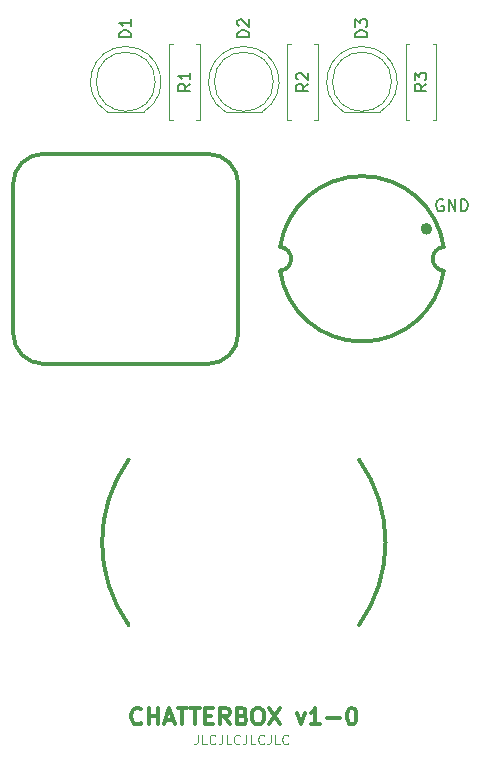
<source format=gbr>
%TF.GenerationSoftware,KiCad,Pcbnew,8.0.3*%
%TF.CreationDate,2024-09-22T18:07:19+10:00*%
%TF.ProjectId,ChatterBox,43686174-7465-4724-926f-782e6b696361,rev?*%
%TF.SameCoordinates,Original*%
%TF.FileFunction,Legend,Top*%
%TF.FilePolarity,Positive*%
%FSLAX46Y46*%
G04 Gerber Fmt 4.6, Leading zero omitted, Abs format (unit mm)*
G04 Created by KiCad (PCBNEW 8.0.3) date 2024-09-22 18:07:19*
%MOMM*%
%LPD*%
G01*
G04 APERTURE LIST*
%ADD10C,0.100000*%
%ADD11C,0.300000*%
%ADD12C,0.150000*%
%ADD13C,0.120000*%
%ADD14C,0.500000*%
G04 APERTURE END LIST*
D10*
X-3895238Y-36296895D02*
X-3895238Y-36868323D01*
X-3895238Y-36868323D02*
X-3933333Y-36982609D01*
X-3933333Y-36982609D02*
X-4009524Y-37058800D01*
X-4009524Y-37058800D02*
X-4123809Y-37096895D01*
X-4123809Y-37096895D02*
X-4200000Y-37096895D01*
X-3133333Y-37096895D02*
X-3514285Y-37096895D01*
X-3514285Y-37096895D02*
X-3514285Y-36296895D01*
X-2409523Y-37020704D02*
X-2447619Y-37058800D01*
X-2447619Y-37058800D02*
X-2561904Y-37096895D01*
X-2561904Y-37096895D02*
X-2638095Y-37096895D01*
X-2638095Y-37096895D02*
X-2752381Y-37058800D01*
X-2752381Y-37058800D02*
X-2828571Y-36982609D01*
X-2828571Y-36982609D02*
X-2866666Y-36906419D01*
X-2866666Y-36906419D02*
X-2904762Y-36754038D01*
X-2904762Y-36754038D02*
X-2904762Y-36639752D01*
X-2904762Y-36639752D02*
X-2866666Y-36487371D01*
X-2866666Y-36487371D02*
X-2828571Y-36411180D01*
X-2828571Y-36411180D02*
X-2752381Y-36334990D01*
X-2752381Y-36334990D02*
X-2638095Y-36296895D01*
X-2638095Y-36296895D02*
X-2561904Y-36296895D01*
X-2561904Y-36296895D02*
X-2447619Y-36334990D01*
X-2447619Y-36334990D02*
X-2409523Y-36373085D01*
X-1838095Y-36296895D02*
X-1838095Y-36868323D01*
X-1838095Y-36868323D02*
X-1876190Y-36982609D01*
X-1876190Y-36982609D02*
X-1952381Y-37058800D01*
X-1952381Y-37058800D02*
X-2066666Y-37096895D01*
X-2066666Y-37096895D02*
X-2142857Y-37096895D01*
X-1076190Y-37096895D02*
X-1457142Y-37096895D01*
X-1457142Y-37096895D02*
X-1457142Y-36296895D01*
X-352380Y-37020704D02*
X-390476Y-37058800D01*
X-390476Y-37058800D02*
X-504761Y-37096895D01*
X-504761Y-37096895D02*
X-580952Y-37096895D01*
X-580952Y-37096895D02*
X-695238Y-37058800D01*
X-695238Y-37058800D02*
X-771428Y-36982609D01*
X-771428Y-36982609D02*
X-809523Y-36906419D01*
X-809523Y-36906419D02*
X-847619Y-36754038D01*
X-847619Y-36754038D02*
X-847619Y-36639752D01*
X-847619Y-36639752D02*
X-809523Y-36487371D01*
X-809523Y-36487371D02*
X-771428Y-36411180D01*
X-771428Y-36411180D02*
X-695238Y-36334990D01*
X-695238Y-36334990D02*
X-580952Y-36296895D01*
X-580952Y-36296895D02*
X-504761Y-36296895D01*
X-504761Y-36296895D02*
X-390476Y-36334990D01*
X-390476Y-36334990D02*
X-352380Y-36373085D01*
X219047Y-36296895D02*
X219047Y-36868323D01*
X219047Y-36868323D02*
X180952Y-36982609D01*
X180952Y-36982609D02*
X104761Y-37058800D01*
X104761Y-37058800D02*
X-9523Y-37096895D01*
X-9523Y-37096895D02*
X-85714Y-37096895D01*
X980952Y-37096895D02*
X600000Y-37096895D01*
X600000Y-37096895D02*
X600000Y-36296895D01*
X1704762Y-37020704D02*
X1666666Y-37058800D01*
X1666666Y-37058800D02*
X1552381Y-37096895D01*
X1552381Y-37096895D02*
X1476190Y-37096895D01*
X1476190Y-37096895D02*
X1361904Y-37058800D01*
X1361904Y-37058800D02*
X1285714Y-36982609D01*
X1285714Y-36982609D02*
X1247619Y-36906419D01*
X1247619Y-36906419D02*
X1209523Y-36754038D01*
X1209523Y-36754038D02*
X1209523Y-36639752D01*
X1209523Y-36639752D02*
X1247619Y-36487371D01*
X1247619Y-36487371D02*
X1285714Y-36411180D01*
X1285714Y-36411180D02*
X1361904Y-36334990D01*
X1361904Y-36334990D02*
X1476190Y-36296895D01*
X1476190Y-36296895D02*
X1552381Y-36296895D01*
X1552381Y-36296895D02*
X1666666Y-36334990D01*
X1666666Y-36334990D02*
X1704762Y-36373085D01*
X2276190Y-36296895D02*
X2276190Y-36868323D01*
X2276190Y-36868323D02*
X2238095Y-36982609D01*
X2238095Y-36982609D02*
X2161904Y-37058800D01*
X2161904Y-37058800D02*
X2047619Y-37096895D01*
X2047619Y-37096895D02*
X1971428Y-37096895D01*
X3038095Y-37096895D02*
X2657143Y-37096895D01*
X2657143Y-37096895D02*
X2657143Y-36296895D01*
X3761905Y-37020704D02*
X3723809Y-37058800D01*
X3723809Y-37058800D02*
X3609524Y-37096895D01*
X3609524Y-37096895D02*
X3533333Y-37096895D01*
X3533333Y-37096895D02*
X3419047Y-37058800D01*
X3419047Y-37058800D02*
X3342857Y-36982609D01*
X3342857Y-36982609D02*
X3304762Y-36906419D01*
X3304762Y-36906419D02*
X3266666Y-36754038D01*
X3266666Y-36754038D02*
X3266666Y-36639752D01*
X3266666Y-36639752D02*
X3304762Y-36487371D01*
X3304762Y-36487371D02*
X3342857Y-36411180D01*
X3342857Y-36411180D02*
X3419047Y-36334990D01*
X3419047Y-36334990D02*
X3533333Y-36296895D01*
X3533333Y-36296895D02*
X3609524Y-36296895D01*
X3609524Y-36296895D02*
X3723809Y-36334990D01*
X3723809Y-36334990D02*
X3761905Y-36373085D01*
D11*
X-8666666Y-35279733D02*
X-8733333Y-35346400D01*
X-8733333Y-35346400D02*
X-8933333Y-35413066D01*
X-8933333Y-35413066D02*
X-9066666Y-35413066D01*
X-9066666Y-35413066D02*
X-9266666Y-35346400D01*
X-9266666Y-35346400D02*
X-9400000Y-35213066D01*
X-9400000Y-35213066D02*
X-9466666Y-35079733D01*
X-9466666Y-35079733D02*
X-9533333Y-34813066D01*
X-9533333Y-34813066D02*
X-9533333Y-34613066D01*
X-9533333Y-34613066D02*
X-9466666Y-34346400D01*
X-9466666Y-34346400D02*
X-9400000Y-34213066D01*
X-9400000Y-34213066D02*
X-9266666Y-34079733D01*
X-9266666Y-34079733D02*
X-9066666Y-34013066D01*
X-9066666Y-34013066D02*
X-8933333Y-34013066D01*
X-8933333Y-34013066D02*
X-8733333Y-34079733D01*
X-8733333Y-34079733D02*
X-8666666Y-34146400D01*
X-8066666Y-35413066D02*
X-8066666Y-34013066D01*
X-8066666Y-34679733D02*
X-7266666Y-34679733D01*
X-7266666Y-35413066D02*
X-7266666Y-34013066D01*
X-6666666Y-35013066D02*
X-5999999Y-35013066D01*
X-6799999Y-35413066D02*
X-6333333Y-34013066D01*
X-6333333Y-34013066D02*
X-5866666Y-35413066D01*
X-5599999Y-34013066D02*
X-4799999Y-34013066D01*
X-5199999Y-35413066D02*
X-5199999Y-34013066D01*
X-4533332Y-34013066D02*
X-3733332Y-34013066D01*
X-4133332Y-35413066D02*
X-4133332Y-34013066D01*
X-3266665Y-34679733D02*
X-2799999Y-34679733D01*
X-2599999Y-35413066D02*
X-3266665Y-35413066D01*
X-3266665Y-35413066D02*
X-3266665Y-34013066D01*
X-3266665Y-34013066D02*
X-2599999Y-34013066D01*
X-1199998Y-35413066D02*
X-1666665Y-34746400D01*
X-1999998Y-35413066D02*
X-1999998Y-34013066D01*
X-1999998Y-34013066D02*
X-1466665Y-34013066D01*
X-1466665Y-34013066D02*
X-1333332Y-34079733D01*
X-1333332Y-34079733D02*
X-1266665Y-34146400D01*
X-1266665Y-34146400D02*
X-1199998Y-34279733D01*
X-1199998Y-34279733D02*
X-1199998Y-34479733D01*
X-1199998Y-34479733D02*
X-1266665Y-34613066D01*
X-1266665Y-34613066D02*
X-1333332Y-34679733D01*
X-1333332Y-34679733D02*
X-1466665Y-34746400D01*
X-1466665Y-34746400D02*
X-1999998Y-34746400D01*
X-133332Y-34679733D02*
X66667Y-34746400D01*
X66667Y-34746400D02*
X133334Y-34813066D01*
X133334Y-34813066D02*
X200001Y-34946400D01*
X200001Y-34946400D02*
X200001Y-35146400D01*
X200001Y-35146400D02*
X133334Y-35279733D01*
X133334Y-35279733D02*
X66667Y-35346400D01*
X66667Y-35346400D02*
X-66665Y-35413066D01*
X-66665Y-35413066D02*
X-599998Y-35413066D01*
X-599998Y-35413066D02*
X-599998Y-34013066D01*
X-599998Y-34013066D02*
X-133332Y-34013066D01*
X-133332Y-34013066D02*
X1Y-34079733D01*
X1Y-34079733D02*
X66667Y-34146400D01*
X66667Y-34146400D02*
X133334Y-34279733D01*
X133334Y-34279733D02*
X133334Y-34413066D01*
X133334Y-34413066D02*
X66667Y-34546400D01*
X66667Y-34546400D02*
X1Y-34613066D01*
X1Y-34613066D02*
X-133332Y-34679733D01*
X-133332Y-34679733D02*
X-599998Y-34679733D01*
X1066668Y-34013066D02*
X1333334Y-34013066D01*
X1333334Y-34013066D02*
X1466668Y-34079733D01*
X1466668Y-34079733D02*
X1600001Y-34213066D01*
X1600001Y-34213066D02*
X1666667Y-34479733D01*
X1666667Y-34479733D02*
X1666667Y-34946400D01*
X1666667Y-34946400D02*
X1600001Y-35213066D01*
X1600001Y-35213066D02*
X1466668Y-35346400D01*
X1466668Y-35346400D02*
X1333334Y-35413066D01*
X1333334Y-35413066D02*
X1066668Y-35413066D01*
X1066668Y-35413066D02*
X933334Y-35346400D01*
X933334Y-35346400D02*
X800001Y-35213066D01*
X800001Y-35213066D02*
X733334Y-34946400D01*
X733334Y-34946400D02*
X733334Y-34479733D01*
X733334Y-34479733D02*
X800001Y-34213066D01*
X800001Y-34213066D02*
X933334Y-34079733D01*
X933334Y-34079733D02*
X1066668Y-34013066D01*
X2133335Y-34013066D02*
X3066668Y-35413066D01*
X3066668Y-34013066D02*
X2133335Y-35413066D01*
X4533335Y-34479733D02*
X4866668Y-35413066D01*
X4866668Y-35413066D02*
X5200001Y-34479733D01*
X6466668Y-35413066D02*
X5666668Y-35413066D01*
X6066668Y-35413066D02*
X6066668Y-34013066D01*
X6066668Y-34013066D02*
X5933335Y-34213066D01*
X5933335Y-34213066D02*
X5800002Y-34346400D01*
X5800002Y-34346400D02*
X5666668Y-34413066D01*
X7066668Y-34879733D02*
X8133335Y-34879733D01*
X9066668Y-34013066D02*
X9200001Y-34013066D01*
X9200001Y-34013066D02*
X9333334Y-34079733D01*
X9333334Y-34079733D02*
X9400001Y-34146400D01*
X9400001Y-34146400D02*
X9466668Y-34279733D01*
X9466668Y-34279733D02*
X9533334Y-34546400D01*
X9533334Y-34546400D02*
X9533334Y-34879733D01*
X9533334Y-34879733D02*
X9466668Y-35146400D01*
X9466668Y-35146400D02*
X9400001Y-35279733D01*
X9400001Y-35279733D02*
X9333334Y-35346400D01*
X9333334Y-35346400D02*
X9200001Y-35413066D01*
X9200001Y-35413066D02*
X9066668Y-35413066D01*
X9066668Y-35413066D02*
X8933334Y-35346400D01*
X8933334Y-35346400D02*
X8866668Y-35279733D01*
X8866668Y-35279733D02*
X8800001Y-35146400D01*
X8800001Y-35146400D02*
X8733334Y-34879733D01*
X8733334Y-34879733D02*
X8733334Y-34546400D01*
X8733334Y-34546400D02*
X8800001Y-34279733D01*
X8800001Y-34279733D02*
X8866668Y-34146400D01*
X8866668Y-34146400D02*
X8933334Y-34079733D01*
X8933334Y-34079733D02*
X9066668Y-34013066D01*
D12*
X5454819Y18818333D02*
X4978628Y18485000D01*
X5454819Y18246905D02*
X4454819Y18246905D01*
X4454819Y18246905D02*
X4454819Y18627857D01*
X4454819Y18627857D02*
X4502438Y18723095D01*
X4502438Y18723095D02*
X4550057Y18770714D01*
X4550057Y18770714D02*
X4645295Y18818333D01*
X4645295Y18818333D02*
X4788152Y18818333D01*
X4788152Y18818333D02*
X4883390Y18770714D01*
X4883390Y18770714D02*
X4931009Y18723095D01*
X4931009Y18723095D02*
X4978628Y18627857D01*
X4978628Y18627857D02*
X4978628Y18246905D01*
X4550057Y19199286D02*
X4502438Y19246905D01*
X4502438Y19246905D02*
X4454819Y19342143D01*
X4454819Y19342143D02*
X4454819Y19580238D01*
X4454819Y19580238D02*
X4502438Y19675476D01*
X4502438Y19675476D02*
X4550057Y19723095D01*
X4550057Y19723095D02*
X4645295Y19770714D01*
X4645295Y19770714D02*
X4740533Y19770714D01*
X4740533Y19770714D02*
X4883390Y19723095D01*
X4883390Y19723095D02*
X5454819Y19151667D01*
X5454819Y19151667D02*
X5454819Y19770714D01*
X15454819Y18818333D02*
X14978628Y18485000D01*
X15454819Y18246905D02*
X14454819Y18246905D01*
X14454819Y18246905D02*
X14454819Y18627857D01*
X14454819Y18627857D02*
X14502438Y18723095D01*
X14502438Y18723095D02*
X14550057Y18770714D01*
X14550057Y18770714D02*
X14645295Y18818333D01*
X14645295Y18818333D02*
X14788152Y18818333D01*
X14788152Y18818333D02*
X14883390Y18770714D01*
X14883390Y18770714D02*
X14931009Y18723095D01*
X14931009Y18723095D02*
X14978628Y18627857D01*
X14978628Y18627857D02*
X14978628Y18246905D01*
X14454819Y19151667D02*
X14454819Y19770714D01*
X14454819Y19770714D02*
X14835771Y19437381D01*
X14835771Y19437381D02*
X14835771Y19580238D01*
X14835771Y19580238D02*
X14883390Y19675476D01*
X14883390Y19675476D02*
X14931009Y19723095D01*
X14931009Y19723095D02*
X15026247Y19770714D01*
X15026247Y19770714D02*
X15264342Y19770714D01*
X15264342Y19770714D02*
X15359580Y19723095D01*
X15359580Y19723095D02*
X15407200Y19675476D01*
X15407200Y19675476D02*
X15454819Y19580238D01*
X15454819Y19580238D02*
X15454819Y19294524D01*
X15454819Y19294524D02*
X15407200Y19199286D01*
X15407200Y19199286D02*
X15359580Y19151667D01*
X-9545180Y22761905D02*
X-10545180Y22761905D01*
X-10545180Y22761905D02*
X-10545180Y23000000D01*
X-10545180Y23000000D02*
X-10497561Y23142857D01*
X-10497561Y23142857D02*
X-10402323Y23238095D01*
X-10402323Y23238095D02*
X-10307085Y23285714D01*
X-10307085Y23285714D02*
X-10116609Y23333333D01*
X-10116609Y23333333D02*
X-9973752Y23333333D01*
X-9973752Y23333333D02*
X-9783276Y23285714D01*
X-9783276Y23285714D02*
X-9688038Y23238095D01*
X-9688038Y23238095D02*
X-9592800Y23142857D01*
X-9592800Y23142857D02*
X-9545180Y23000000D01*
X-9545180Y23000000D02*
X-9545180Y22761905D01*
X-9545180Y24285714D02*
X-9545180Y23714286D01*
X-9545180Y24000000D02*
X-10545180Y24000000D01*
X-10545180Y24000000D02*
X-10402323Y23904762D01*
X-10402323Y23904762D02*
X-10307085Y23809524D01*
X-10307085Y23809524D02*
X-10259466Y23714286D01*
X-4545180Y18818333D02*
X-5021371Y18485000D01*
X-4545180Y18246905D02*
X-5545180Y18246905D01*
X-5545180Y18246905D02*
X-5545180Y18627857D01*
X-5545180Y18627857D02*
X-5497561Y18723095D01*
X-5497561Y18723095D02*
X-5449942Y18770714D01*
X-5449942Y18770714D02*
X-5354704Y18818333D01*
X-5354704Y18818333D02*
X-5211847Y18818333D01*
X-5211847Y18818333D02*
X-5116609Y18770714D01*
X-5116609Y18770714D02*
X-5068990Y18723095D01*
X-5068990Y18723095D02*
X-5021371Y18627857D01*
X-5021371Y18627857D02*
X-5021371Y18246905D01*
X-4545180Y19770714D02*
X-4545180Y19199286D01*
X-4545180Y19485000D02*
X-5545180Y19485000D01*
X-5545180Y19485000D02*
X-5402323Y19389762D01*
X-5402323Y19389762D02*
X-5307085Y19294524D01*
X-5307085Y19294524D02*
X-5259466Y19199286D01*
X10454819Y22761905D02*
X9454819Y22761905D01*
X9454819Y22761905D02*
X9454819Y23000000D01*
X9454819Y23000000D02*
X9502438Y23142857D01*
X9502438Y23142857D02*
X9597676Y23238095D01*
X9597676Y23238095D02*
X9692914Y23285714D01*
X9692914Y23285714D02*
X9883390Y23333333D01*
X9883390Y23333333D02*
X10026247Y23333333D01*
X10026247Y23333333D02*
X10216723Y23285714D01*
X10216723Y23285714D02*
X10311961Y23238095D01*
X10311961Y23238095D02*
X10407200Y23142857D01*
X10407200Y23142857D02*
X10454819Y23000000D01*
X10454819Y23000000D02*
X10454819Y22761905D01*
X9454819Y23666667D02*
X9454819Y24285714D01*
X9454819Y24285714D02*
X9835771Y23952381D01*
X9835771Y23952381D02*
X9835771Y24095238D01*
X9835771Y24095238D02*
X9883390Y24190476D01*
X9883390Y24190476D02*
X9931009Y24238095D01*
X9931009Y24238095D02*
X10026247Y24285714D01*
X10026247Y24285714D02*
X10264342Y24285714D01*
X10264342Y24285714D02*
X10359580Y24238095D01*
X10359580Y24238095D02*
X10407200Y24190476D01*
X10407200Y24190476D02*
X10454819Y24095238D01*
X10454819Y24095238D02*
X10454819Y23809524D01*
X10454819Y23809524D02*
X10407200Y23714286D01*
X10407200Y23714286D02*
X10359580Y23666667D01*
X16860588Y8997561D02*
X16765350Y9045180D01*
X16765350Y9045180D02*
X16622493Y9045180D01*
X16622493Y9045180D02*
X16479636Y8997561D01*
X16479636Y8997561D02*
X16384398Y8902323D01*
X16384398Y8902323D02*
X16336779Y8807085D01*
X16336779Y8807085D02*
X16289160Y8616609D01*
X16289160Y8616609D02*
X16289160Y8473752D01*
X16289160Y8473752D02*
X16336779Y8283276D01*
X16336779Y8283276D02*
X16384398Y8188038D01*
X16384398Y8188038D02*
X16479636Y8092800D01*
X16479636Y8092800D02*
X16622493Y8045180D01*
X16622493Y8045180D02*
X16717731Y8045180D01*
X16717731Y8045180D02*
X16860588Y8092800D01*
X16860588Y8092800D02*
X16908207Y8140419D01*
X16908207Y8140419D02*
X16908207Y8473752D01*
X16908207Y8473752D02*
X16717731Y8473752D01*
X17336779Y8045180D02*
X17336779Y9045180D01*
X17336779Y9045180D02*
X17908207Y8045180D01*
X17908207Y8045180D02*
X17908207Y9045180D01*
X18384398Y8045180D02*
X18384398Y9045180D01*
X18384398Y9045180D02*
X18622493Y9045180D01*
X18622493Y9045180D02*
X18765350Y8997561D01*
X18765350Y8997561D02*
X18860588Y8902323D01*
X18860588Y8902323D02*
X18908207Y8807085D01*
X18908207Y8807085D02*
X18955826Y8616609D01*
X18955826Y8616609D02*
X18955826Y8473752D01*
X18955826Y8473752D02*
X18908207Y8283276D01*
X18908207Y8283276D02*
X18860588Y8188038D01*
X18860588Y8188038D02*
X18765350Y8092800D01*
X18765350Y8092800D02*
X18622493Y8045180D01*
X18622493Y8045180D02*
X18384398Y8045180D01*
X454819Y22761905D02*
X-545180Y22761905D01*
X-545180Y22761905D02*
X-545180Y23000000D01*
X-545180Y23000000D02*
X-497561Y23142857D01*
X-497561Y23142857D02*
X-402323Y23238095D01*
X-402323Y23238095D02*
X-307085Y23285714D01*
X-307085Y23285714D02*
X-116609Y23333333D01*
X-116609Y23333333D02*
X26247Y23333333D01*
X26247Y23333333D02*
X216723Y23285714D01*
X216723Y23285714D02*
X311961Y23238095D01*
X311961Y23238095D02*
X407200Y23142857D01*
X407200Y23142857D02*
X454819Y23000000D01*
X454819Y23000000D02*
X454819Y22761905D01*
X-449942Y23714286D02*
X-497561Y23761905D01*
X-497561Y23761905D02*
X-545180Y23857143D01*
X-545180Y23857143D02*
X-545180Y24095238D01*
X-545180Y24095238D02*
X-497561Y24190476D01*
X-497561Y24190476D02*
X-449942Y24238095D01*
X-449942Y24238095D02*
X-354704Y24285714D01*
X-354704Y24285714D02*
X-259466Y24285714D01*
X-259466Y24285714D02*
X-116609Y24238095D01*
X-116609Y24238095D02*
X454819Y23666667D01*
X454819Y23666667D02*
X454819Y24285714D01*
D13*
%TO.C,R2*%
X3690000Y22195000D02*
X4020000Y22195000D01*
X3690000Y15775000D02*
X3690000Y22195000D01*
X4020000Y15775000D02*
X3690000Y15775000D01*
X5980000Y15775000D02*
X6310000Y15775000D01*
X6310000Y22195000D02*
X5980000Y22195000D01*
X6310000Y15775000D02*
X6310000Y22195000D01*
%TO.C,R3*%
X13690000Y22195000D02*
X14020000Y22195000D01*
X13690000Y15775000D02*
X13690000Y22195000D01*
X14020000Y15775000D02*
X13690000Y15775000D01*
X15980000Y15775000D02*
X16310000Y15775000D01*
X16310000Y22195000D02*
X15980000Y22195000D01*
X16310000Y15775000D02*
X16310000Y22195000D01*
D11*
%TO.C,J2*%
X-19525000Y-2349999D02*
X-19525000Y10350000D01*
X-16985000Y12890000D02*
X-3015000Y12890000D01*
X-3015001Y-4890000D02*
X-16984999Y-4890000D01*
X-475000Y10350000D02*
X-475000Y-2349999D01*
X-19525000Y10350000D02*
G75*
G02*
X-16985000Y12890000I2540000J0D01*
G01*
X-16984999Y-4890000D02*
G75*
G02*
X-19525000Y-2349999I0J2540001D01*
G01*
X-3015000Y12890000D02*
G75*
G02*
X-475000Y10350000I0J-2540000D01*
G01*
X-475000Y-2349999D02*
G75*
G02*
X-3015001Y-4890000I-2540001J0D01*
G01*
D13*
%TO.C,D1*%
X-11545000Y16435000D02*
X-8455000Y16435000D01*
X-11544830Y16435000D02*
G75*
G02*
X-9999538Y21985000I1544830J2560000D01*
G01*
X-10000462Y21985000D02*
G75*
G02*
X-8455170Y16435000I462J-2990000D01*
G01*
X-7500000Y18995000D02*
G75*
G02*
X-12500000Y18995000I-2500000J0D01*
G01*
X-12500000Y18995000D02*
G75*
G02*
X-7500000Y18995000I2500000J0D01*
G01*
%TO.C,R1*%
X-6310000Y22195000D02*
X-5980000Y22195000D01*
X-6310000Y15775000D02*
X-6310000Y22195000D01*
X-5980000Y15775000D02*
X-6310000Y15775000D01*
X-4020000Y15775000D02*
X-3690000Y15775000D01*
X-3690000Y22195000D02*
X-4020000Y22195000D01*
X-3690000Y15775000D02*
X-3690000Y22195000D01*
%TO.C,D3*%
X8455000Y16435000D02*
X11545000Y16435000D01*
X8455170Y16435000D02*
G75*
G02*
X10000462Y21985000I1544830J2560000D01*
G01*
X9999538Y21985000D02*
G75*
G02*
X11544830Y16435000I462J-2990000D01*
G01*
X12500000Y18995000D02*
G75*
G02*
X7500000Y18995000I-2500000J0D01*
G01*
X7500000Y18995000D02*
G75*
G02*
X12500000Y18995000I2500000J0D01*
G01*
D11*
%TO.C,J3*%
X3071429Y4997446D02*
G75*
G02*
X3071429Y3002554I-71429J-997446D01*
G01*
X3071429Y4997446D02*
G75*
G02*
X16928571Y4997446I6928571J-997446D01*
G01*
X16928571Y3002554D02*
G75*
G02*
X3071429Y3002554I-6928571J997446D01*
G01*
X16928571Y3002554D02*
G75*
G02*
X16928571Y4997446I71429J997446D01*
G01*
D14*
X15711000Y6540000D02*
G75*
G02*
X15211000Y6540000I-250000J0D01*
G01*
X15211000Y6540000D02*
G75*
G02*
X15711000Y6540000I250000J0D01*
G01*
D13*
%TO.C,D2*%
X-1545000Y16435000D02*
X1545000Y16435000D01*
X-1544830Y16435000D02*
G75*
G02*
X462Y21985000I1544830J2560000D01*
G01*
X-462Y21985000D02*
G75*
G02*
X1544830Y16435000I462J-2990000D01*
G01*
X2500000Y18995000D02*
G75*
G02*
X-2500000Y18995000I-2500000J0D01*
G01*
X-2500000Y18995000D02*
G75*
G02*
X2500000Y18995000I2500000J0D01*
G01*
D11*
%TO.C,SW1*%
X-9746794Y-27000000D02*
G75*
G02*
X-9746794Y-13000000I9746793J7000000D01*
G01*
X9746794Y-13000000D02*
G75*
G02*
X9746794Y-27000000I-9746794J-7000000D01*
G01*
%TD*%
M02*

</source>
